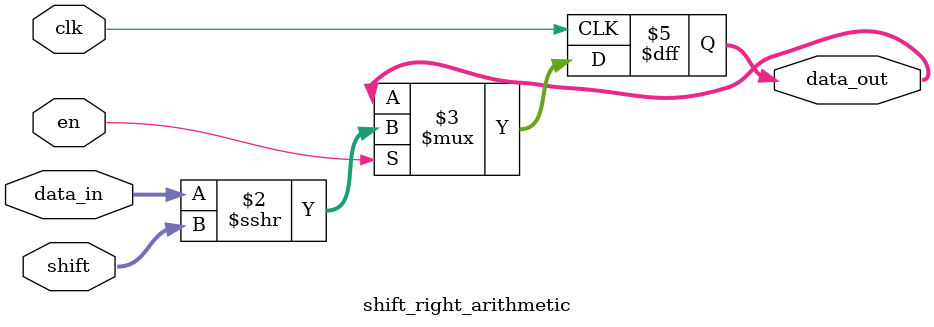
<source format=sv>
module shift_right_arithmetic #(parameter WIDTH=8) (
    input clk, en,
    input signed [WIDTH-1:0] data_in,
    input [2:0] shift,
    output reg signed [WIDTH-1:0] data_out
);
always @(posedge clk) if(en) 
    data_out <= data_in >>> shift;
endmodule
</source>
